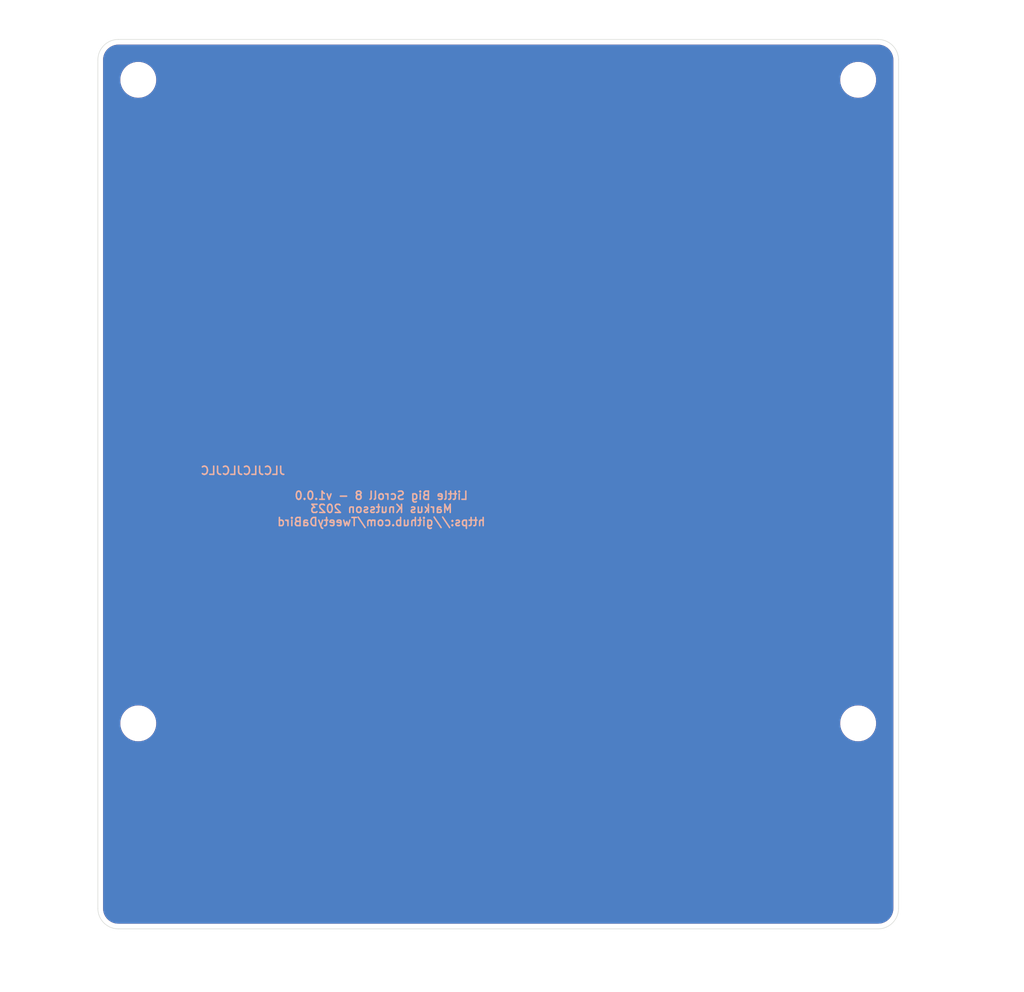
<source format=kicad_pcb>
(kicad_pcb (version 20211014) (generator pcbnew)
  (title_block (title "Little Big Scroll 8 - Rear") (date "2023-04-05") (rev "v1.0.0") (company "Tweety's Wild Thinking") (comment 1 "Markus Knutsson <markus.knutsson@tweety.se>") (comment 2 "https://github.com/TweetyDaBird") (comment 3 "Licensed under Creative Commons BY-SA 4.0 International "))
  (layers (0 "F.Cu" signal) (31 "B.Cu" signal) (34 "B.Paste" user) (35 "F.Paste" user) (36 "B.SilkS" user "B.Silkscreen") (37 "F.SilkS" user "F.Silkscreen") (38 "B.Mask" user) (39 "F.Mask" user) (44 "Edge.Cuts" user))
  (net 0 "")
  (footprint "Keyboard_Plate:Spacer Plate hole" (layer "F.Cu") (at 84.6 112.685)
    (fp_text reference "H1" hide)
    (fp_text value "Spacer_PCB" hide)
    (pad "" np_thru_hole circle (at 0 0) (size 2.5 2.5) (drill 2.5) (layers *.Cu *.Mask))
  )
  (footprint "Keyboard_Plate:Spacer Plate hole" (layer "F.Cu") (at 154.99 112.685)
    (fp_text reference "H2" hide)
    (fp_text value "Spacer_PCB" hide)
    (pad "" np_thru_hole circle (at 0 0) (size 2.5 2.5) (drill 2.5) (layers *.Cu *.Mask))
  )
  (footprint "Keyboard_Plate:Spacer Plate hole" (layer "F.Cu") (at 154.99 49.73)
    (fp_text reference "H3" hide)
    (fp_text value "Spacer_PCB" hide)
    (pad "" np_thru_hole circle (at 0 0) (size 2.5 2.5) (drill 2.5) (layers *.Cu *.Mask))
  )
  (footprint "Keyboard_Plate:Spacer Plate hole" (layer "F.Cu") (at 84.6 49.73)
    (fp_text reference "H4" hide)
    (fp_text value "Spacer_PCB" hide)
    (pad "" np_thru_hole circle (at 0 0) (size 2.5 2.5) (drill 2.5) (layers *.Cu *.Mask))
  )
  (gr_arc (start 80.65 47.780399) (mid 81.235903 46.365903) (end 82.650399 45.78) (layer "Edge.Cuts") (width 0.05))
  (gr_arc (start 82.650399 132.790399) (mid 81.235903 132.204496) (end 80.65 130.79) (layer "Edge.Cuts") (width 0.05))
  (gr_arc (start 156.94 45.78) (mid 158.354496 46.365903) (end 158.940399 47.780399) (layer "Edge.Cuts") (width 0.05))
  (gr_line (start 158.940399 47.780399) (end 158.94 130.789601) (layer "Edge.Cuts") (width 0.05))
  (gr_line (start 82.650399 45.78) (end 156.94 45.78) (layer "Edge.Cuts") (width 0.05))
  (gr_line (start 80.65 130.79) (end 80.65 47.800399) (layer "Edge.Cuts") (width 0.05))
  (gr_arc (start 158.94 130.789601) (mid 158.354096 132.204096) (end 156.939601 132.79) (layer "Edge.Cuts") (width 0.05))
  (gr_line (start 156.939601 132.79) (end 82.650399 132.790399) (layer "Edge.Cuts") (width 0.05))
  (gr_text "Little Big Scroll 8 - v1.0.0\nMarkus Knutsson 2023\nhttps://github.com/TweetyDaBird" (at 108.361388 91.69) (layer "B.SilkS") (effects (font (size 0.8 0.8)) (justify mirror)))
  (gr_text "JLCJLCJLCJLC" (at 94.83 87.96) (layer "B.SilkS") (effects (font (size 0.8 0.8)) (justify mirror)))
  (zone (net 0) (net_name "") (layers F&B.Cu) (connect_pads (clearance 0.508)) (min_thickness 0.254) (fill yes (thermal_gap 0.508) (thermal_bridge_width 0.508))
    (polygon (pts (xy 166 136.45) (xy 71.08 136.45) (xy 71.08 41.92) (xy 166 41.92)))
  )
)
</source>
